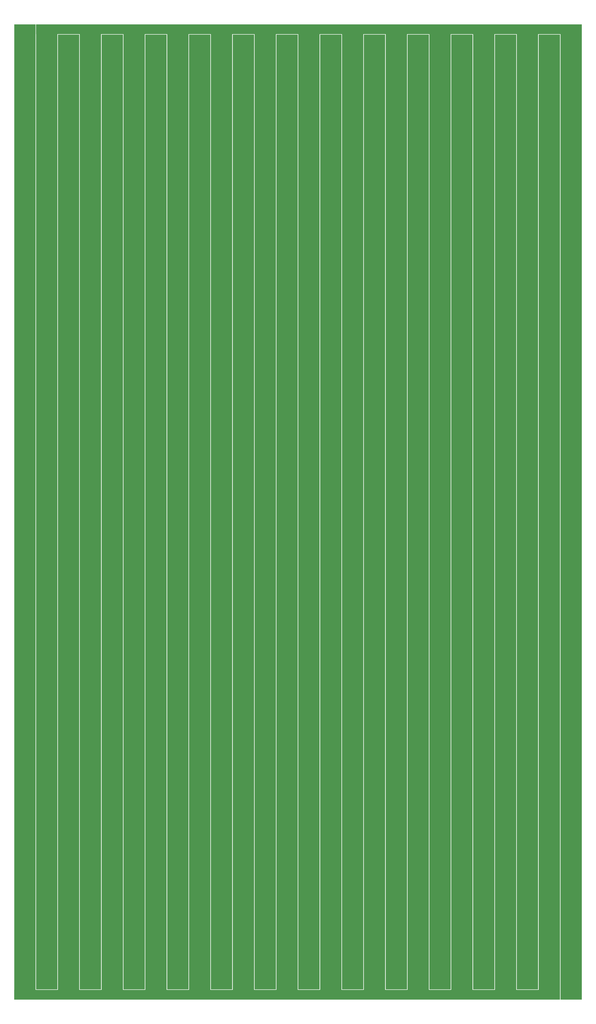
<source format=gts>
%FSLAX44Y44*%
%MOMM*%
G71*
G01*
G75*
G04 Layer_Color=8388736*
%ADD10R,22.3000X1005.3320*%
%ADD11R,22.3000X1016.0000*%
%ADD12R,569.5000X10.1600*%
D10*
X2648000Y5280660D02*
D03*
X3104000D02*
D03*
X3560000D02*
D03*
X4016000D02*
D03*
X4472000D02*
D03*
X4928000D02*
D03*
X5384000D02*
D03*
X5840000D02*
D03*
X2192000D02*
D03*
X1736000D02*
D03*
X1280000D02*
D03*
X824000D02*
D03*
X5612000Y5387340D02*
D03*
X5156000D02*
D03*
X4700000D02*
D03*
X4244000D02*
D03*
X596001D02*
D03*
X1052001D02*
D03*
X1508000D02*
D03*
X1964001D02*
D03*
X2420000D02*
D03*
X2876000D02*
D03*
X3332000D02*
D03*
X3788000D02*
D03*
D11*
X368000Y5334000D02*
D03*
X6068000D02*
D03*
D12*
X3104000Y304800D02*
D03*
X3332000Y10363199D02*
D03*
M02*

</source>
